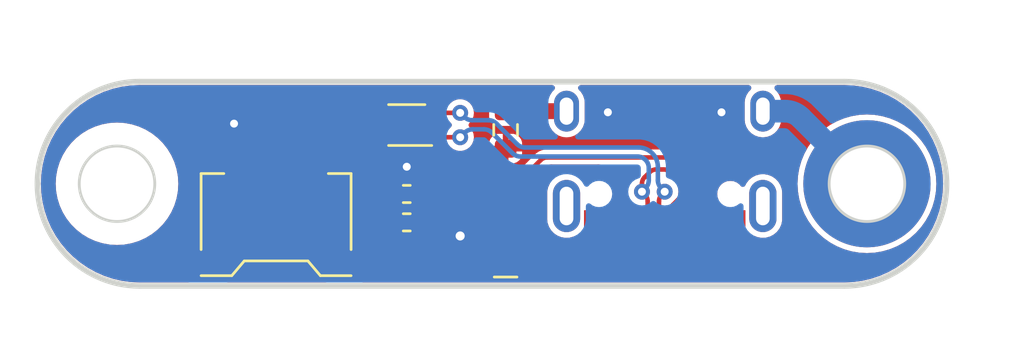
<source format=kicad_pcb>
(kicad_pcb (version 20221018) (generator pcbnew)
  (layers (0 "F.Cu" signal) (31 "B.Cu" signal) (34 "B.Paste" user) (35 "F.Paste" user) (36 "B.SilkS" user "B.Silkscreen") (37 "F.SilkS" user "F.Silkscreen") (38 "B.Mask" user) (39 "F.Mask" user) (44 "Edge.Cuts" user))
  (net 0 "")
  (net 1 "UVCC")
  (net 2 "Earth")
  (net 3 "DP")
  (net 4 "Net-(J1-CC2)")
  (net 6 "DN")
  (net 7 "Net-(J1-CC1)")
  (net 9 "GND")
  (net 10 "D-")
  (net 11 "D+")
  (footprint "BIOI:molex_781710004" (layer "F.Cu") (at 92 90.5)
    (fp_text reference "J2")
    (fp_text value "Conn_01x06_MountingPin")
    (fp_line (start -3.3 -2.45) (end -2.3 -2.45) (stroke (width 0.12)) (layer "F.SilkS"))
    (fp_line (start -3.3 0.9) (end -3.3 -2.45) (stroke (width 0.12)) (layer "F.SilkS"))
    (fp_line (start -3.3 2.05) (end -1.95 2.05) (stroke (width 0.12)) (layer "F.SilkS"))
    (fp_line (start -1.4 1.4) (end -1.95 2.05) (stroke (width 0.12)) (layer "F.SilkS"))
    (fp_line (start -1.4 1.4) (end 1.4 1.4) (stroke (width 0.12)) (layer "F.SilkS"))
    (fp_line (start 1.4 1.4) (end 1.95 2.05) (stroke (width 0.12)) (layer "F.SilkS"))
    (fp_line (start 3.3 -2.45) (end 2.3 -2.45) (stroke (width 0.12)) (layer "F.SilkS"))
    (fp_line (start 3.3 0.9) (end 3.3 -2.45) (stroke (width 0.12)) (layer "F.SilkS"))
    (fp_line (start 3.3 2.05) (end 1.95 2.05) (stroke (width 0.12)) (layer "F.SilkS"))
    (pad "1" smd rect (at -1.8 -2.375) (size 0.8 1) (layers "F.Cu" "F.Paste" "F.Mask") (net 1 "UVCC"))
    (pad "2" smd rect (at -0.6 -2.375) (size 0.8 1) (layers "F.Cu" "F.Paste" "F.Mask") (net 10 "D-"))
    (pad "3" smd rect (at 0.6 -2.375) (size 0.8 1) (layers "F.Cu" "F.Paste" "F.Mask") (net 11 "D+"))
    (pad "4" smd rect (at 1.8 -2.375) (size 0.8 1) (layers "F.Cu" "F.Paste" "F.Mask") (net 9 "GND"))
    (pad "MP" smd rect (at -3 1.475) (size 1.2 1) (layers "F.Cu" "F.Paste" "F.Mask") (net 9 "GND"))
    (pad "MP" smd rect (at 3 1.475) (size 1.1 1) (layers "F.Cu" "F.Paste" "F.Mask") (net 9 "GND"))
  )
  (footprint "Resistor_SMD:R_0402_1005Metric" (layer "F.Cu") (at 97.75 90.2)
    (fp_text reference "R2" hide)
    (fp_text value "5.1kR")
    (fp_line (start -0.153641 -0.38) (end 0.153641 -0.38) (stroke (width 0.12)) (layer "F.SilkS"))
    (fp_line (start -0.153641 0.38) (end 0.153641 0.38) (stroke (width 0.12)) (layer "F.SilkS"))
    (pad "1" smd roundrect (at -0.51 0) (size 0.54 0.64) (layers "F.Cu" "F.Paste" "F.Mask") (net 9 "GND"))
    (pad "2" smd roundrect (at 0.51 0) (size 0.54 0.64) (layers "F.Cu" "F.Paste" "F.Mask") (net 4 "Net-(J1-CC2)"))
  )
  (footprint "MountingHole:MountingHole_3.2mm_M3" (layer "F.Cu") (at 85 88.5)
    (fp_text reference "H1" hide)
    (fp_text value "MountingHole")
    (pad "" np_thru_hole circle (at 0 0) (size 3.2 3.2) (drill 3.2) (layers "F&B.Cu" "*.Mask"))
  )
  (footprint "Resistor_SMD:R_0402_1005Metric" (layer "F.Cu") (at 97.75 88.95 180)
    (fp_text reference "R1" hide)
    (fp_text value "5.1kR")
    (fp_line (start -0.153641 -0.38) (end 0.153641 -0.38) (stroke (width 0.12)) (layer "F.SilkS"))
    (fp_line (start -0.153641 0.38) (end 0.153641 0.38) (stroke (width 0.12)) (layer "F.SilkS"))
    (pad "1" smd roundrect (at -0.51 0 180) (size 0.54 0.64) (layers "F.Cu" "F.Paste" "F.Mask") (net 7 "Net-(J1-CC1)"))
    (pad "2" smd roundrect (at 0.51 0 180) (size 0.54 0.64) (layers "F.Cu" "F.Paste" "F.Mask") (net 9 "GND"))
  )
  (footprint "BIOI:USB_C_Receptacle_HRO_TYPE-C-31-M-12" (layer "F.Cu") (at 109.1 86.35 180)
    (fp_text reference "J1" hide)
    (fp_text value "USB_C_Receptacle_USB2.0")
    (pad "" np_thru_hole circle (at -2.89 -2.6 180) (size 0.65 0.65) (drill 0.65) (layers "*.Cu" "*.Mask"))
    (pad "" np_thru_hole circle (at 2.89 -2.6 180) (size 0.65 0.65) (drill 0.65) (layers "*.Cu" "*.Mask"))
    (pad "A1" smd rect (at -3.25 -4.045 180) (size 0.6 1.45) (layers "F.Cu" "F.Paste" "F.Mask") (net 9 "GND"))
    (pad "A4" smd rect (at -2.45 -4.045 180) (size 0.6 1.45) (layers "F.Cu" "F.Paste" "F.Mask") (net 1 "UVCC"))
    (pad "A5" smd rect (at -1.25 -4.045 180) (size 0.3 1.45) (layers "F.Cu" "F.Paste" "F.Mask") (net 7 "Net-(J1-CC1)"))
    (pad "A6" smd rect (at -0.25 -4.045 180) (size 0.3 1.45) (layers "F.Cu" "F.Paste" "F.Mask") (net 3 "DP"))
    (pad "A7" smd rect (at 0.25 -4.045 180) (size 0.3 1.45) (layers "F.Cu" "F.Paste" "F.Mask") (net 6 "DN"))
    (pad "A8" smd rect (at 1.25 -4.045 180) (size 0.3 1.45) (layers "F.Cu" "F.Paste" "F.Mask"))
    (pad "A9" smd rect (at 2.45 -4.045 180) (size 0.6 1.45) (layers "F.Cu" "F.Paste" "F.Mask") (net 1 "UVCC"))
    (pad "A12" smd rect (at 3.25 -4.045 180) (size 0.6 1.45) (layers "F.Cu" "F.Paste" "F.Mask") (net 9 "GND"))
    (pad "B1" smd rect (at 3.25 -4.045 180) (size 0.6 1.45) (layers "F.Cu" "F.Paste" "F.Mask") (net 9 "GND"))
    (pad "B4" smd rect (at 2.45 -4.045 180) (size 0.6 1.45) (layers "F.Cu" "F.Paste" "F.Mask") (net 1 "UVCC"))
    (pad "B5" smd rect (at 1.75 -4.045 180) (size 0.3 1.45) (layers "F.Cu" "F.Paste" "F.Mask") (net 4 "Net-(J1-CC2)"))
    (pad "B6" smd rect (at 0.75 -4.045 180) (size 0.3 1.45) (layers "F.Cu" "F.Paste" "F.Mask") (net 3 "DP"))
    (pad "B7" smd rect (at -0.75 -4.045 180) (size 0.3 1.45) (layers "F.Cu" "F.Paste" "F.Mask") (net 6 "DN"))
    (pad "B8" smd rect (at -1.75 -4.045 180) (size 0.3 1.45) (layers "F.Cu" "F.Paste" "F.Mask"))
    (pad "B9" smd rect (at -2.45 -4.045 180) (size 0.6 1.45) (layers "F.Cu" "F.Paste" "F.Mask") (net 1 "UVCC"))
    (pad "B12" smd rect (at -3.25 -4.045 180) (size 0.6 1.45) (layers "F.Cu" "F.Paste" "F.Mask") (net 9 "GND"))
    (pad "S1" thru_hole oval (at -4.32 -3.13 180) (size 1.2 2.3) (drill oval 0.6 1.7) (layers "*.Cu" "*.Mask" "F.Paste") (net 2 "Earth"))
    (pad "S1" thru_hole oval (at -4.32 1.05 180) (size 1.1 1.8) (drill oval 0.6 1.2) (layers "*.Cu" "*.Mask" "F.Paste") (net 2 "Earth"))
    (pad "S1" thru_hole oval (at 4.32 -3.13 180) (size 1.2 2.3) (drill oval 0.6 1.7) (layers "*.Cu" "*.Mask" "F.Paste") (net 2 "Earth"))
    (pad "S1" thru_hole oval (at 4.32 1.05 180) (size 1.1 1.8) (drill oval 0.6 1.2) (layers "*.Cu" "*.Mask" "F.Paste") (net 2 "Earth"))
  )
  (footprint "Diode_SMD:D_SOD-323" (layer "F.Cu") (at 102.1 91 90)
    (fp_text reference "D1" hide)
    (fp_text value "SD05T1G-N")
    (fp_line (start -1.61 -0.5) (end -1.61 0.5) (stroke (width 0.12)) (layer "F.SilkS"))
    (pad "1" smd roundrect (at -1.05 0 90) (size 0.6 0.45) (layers "F.Cu" "F.Paste" "F.Mask") (net 1 "UVCC"))
    (pad "2" smd roundrect (at 1.05 0 90) (size 0.6 0.45) (layers "F.Cu" "F.Paste" "F.Mask") (net 9 "GND"))
  )
  (footprint "MountingHole:MountingHole_3.2mm_M3_Pad_TopBottom" (layer "F.Cu") (at 118 88.5)
    (fp_text reference "H2" hide)
    (fp_text value "MountingHole_Pad")
    (pad "1" thru_hole circle (at 0 0) (size 3.6 3.6) (drill 3.2) (layers "*.Cu" "*.Mask") (net 2 "Earth"))
    (pad "1" connect circle (at 0 0) (size 5.6 5.6) (layers "F.Cu" "F.Mask") (net 2 "Earth"))
    (pad "1" connect circle (at 0 0) (size 5.6 5.6) (layers "B.Cu" "B.Mask") (net 2 "Earth"))
  )
  (footprint "Package_TO_SOT_SMD:SOT-666" (layer "F.Cu") (at 97.75 85.9125 180)
    (fp_text reference "U1" hide)
    (fp_text value "USBLC6-2P6")
    (fp_line (start -0.8 0.9) (end 0.8 0.9) (stroke (width 0.12)) (layer "F.SilkS"))
    (fp_line (start 0.8 -0.9) (end -1.1 -0.9) (stroke (width 0.12)) (layer "F.SilkS"))
    (pad "1" smd rect (at -0.85 -0.5375 180) (size 0.5 0.375) (layers "F.Cu" "F.Paste" "F.Mask") (net 3 "DP"))
    (pad "2" smd rect (at -0.925 0 180) (size 0.65 0.3) (layers "F.Cu" "F.Paste" "F.Mask") (net 9 "GND"))
    (pad "3" smd rect (at -0.85 0.5375 180) (size 0.5 0.375) (layers "F.Cu" "F.Paste" "F.Mask") (net 6 "DN"))
    (pad "4" smd rect (at 0.85 0.5375 180) (size 0.5 0.375) (layers "F.Cu" "F.Paste" "F.Mask") (net 10 "D-"))
    (pad "5" smd rect (at 0.925 0 180) (size 0.65 0.3) (layers "F.Cu" "F.Paste" "F.Mask"))
    (pad "6" smd rect (at 0.85 -0.5375 180) (size 0.5 0.375) (layers "F.Cu" "F.Paste" "F.Mask") (net 11 "D+"))
  )
  (footprint "Resistor_SMD:R_0603_1608Metric" (layer "F.Cu") (at 102.1 86.125 90)
    (fp_text reference "R3" hide)
    (fp_text value "0R")
    (fp_line (start -0.237258 -0.5225) (end 0.237258 -0.5225) (stroke (width 0.12)) (layer "F.SilkS"))
    (fp_line (start -0.237258 0.5225) (end 0.237258 0.5225) (stroke (width 0.12)) (layer "F.SilkS"))
    (pad "1" smd roundrect (at -0.825 0 90) (size 0.8 0.95) (layers "F.Cu" "F.Paste" "F.Mask") (net 9 "GND"))
    (pad "2" smd roundrect (at 0.825 0 90) (size 0.8 0.95) (layers "F.Cu" "F.Paste" "F.Mask") (net 2 "Earth"))
  )
  (gr_circle (center 118 88.5) (end 119.6 88.5) (stroke (width 0.25)) (fill none) (layer "Edge.Cuts"))
  (gr_line (start 86 93) (end 117 93) (stroke (width 0.25)) (layer "Edge.Cuts"))
  (gr_arc (start 117 84) (mid 121.500005 88.500001) (end 117 93) (stroke (width 0.25)) (layer "Edge.Cuts"))
  (gr_line (start 117 84) (end 86 84) (stroke (width 0.25)) (layer "Edge.Cuts"))
  (gr_circle (center 85 88.5) (end 86.6 88.5) (stroke (width 0.25)) (fill none) (layer "Edge.Cuts"))
  (gr_arc (start 86 93) (mid 81.500005 88.500001) (end 86 84) (stroke (width 0.25)) (layer "Edge.Cuts"))
  (segment (start 111.55 90.395) (end 111.55 91.342893) (width 0.5) (layer "F.Cu") (net 1))
  (segment (start 110.842893 92.05) (end 106.7 92.05) (width 0.5) (layer "F.Cu") (net 1))
  (segment (start 106.65 90.395) (end 106.65 92) (width 0.5) (layer "F.Cu") (net 1))
  (segment (start 106.7 92.05) (end 97.505999 92.05) (width 0.5) (layer "F.Cu") (net 1))
  (segment (start 95.242893 90.2) (end 91.607107 90.2) (width 0.5) (layer "F.Cu") (net 1))
  (segment (start 111.403553 91.696447) (end 111.196446 91.903554) (width 0.5) (layer "F.Cu") (net 1))
  (segment (start 90.2 88.792893) (end 90.2 88.125) (width 0.5) (layer "F.Cu") (net 1))
  (segment (start 97.152445 91.903553) (end 95.549419 90.300527) (width 0.5) (layer "F.Cu") (net 1))
  (segment (start 106.65 92) (end 106.7 92.05) (width 0.5) (layer "F.Cu") (net 1))
  (segment (start 91.253553 90.053553) (end 90.346446 89.146446) (width 0.5) (layer "F.Cu") (net 1))
  (arc (start 90.346446 89.146446) (mid 90.23806 88.984234) (end 90.2 88.792893) (width 0.5) (layer "F.Cu") (net 1))
  (arc (start 97.505999 92.05) (mid 97.314657 92.01194) (end 97.152445 91.903553) (width 0.5) (layer "F.Cu") (net 1))
  (arc (start 110.842893 92.05) (mid 111.034234 92.01194) (end 111.196446 91.903554) (width 0.5) (layer "F.Cu") (net 1))
  (arc (start 91.607107 90.2) (mid 91.415765 90.16194) (end 91.253553 90.053553) (width 0.5) (layer "F.Cu") (net 1))
  (arc (start 111.403553 91.696447) (mid 111.51194 91.534235) (end 111.55 91.342893) (width 0.5) (layer "F.Cu") (net 1))
  (arc (start 95.549419 90.300527) (mid 95.403614 90.226533) (end 95.242893 90.2) (width 0.5) (layer "F.Cu") (net 1))
  (segment (start 104.78 85.3) (end 102.1 85.3) (width 0.7) (layer "F.Cu") (net 2))
  (segment (start 115.092893 85.592893) (end 118 88.5) (width 1) (layer "B.Cu") (net 2))
  (segment (start 113.42 85.3) (end 114.385786 85.3) (width 1) (layer "B.Cu") (net 2))
  (arc (start 114.385786 85.3) (mid 114.768469 85.37612) (end 115.092893 85.592893) (width 1) (layer "B.Cu") (net 2))
  (segment (start 108.232842 88.982842) (end 108.1 88.85) (width 0.2) (layer "F.Cu") (net 3))
  (segment (start 108.35 90.395) (end 108.35 89.265685) (width 0.2) (layer "F.Cu") (net 3))
  (segment (start 108.217158 88.212842) (end 108.442843 87.987157) (width 0.2) (layer "F.Cu") (net 3))
  (segment (start 108.725685 87.87) (end 109.054315 87.87) (width 0.2) (layer "F.Cu") (net 3))
  (segment (start 98.6 86.45) (end 100.1 86.45) (width 0.2) (layer "F.Cu") (net 3))
  (segment (start 109.337158 87.987158) (end 109.682843 88.332843) (width 0.2) (layer "F.Cu") (net 3))
  (segment (start 109.682842 89.207158) (end 109.467157 89.422843) (width 0.2) (layer "F.Cu") (net 3))
  (segment (start 109.35 89.705685) (end 109.35 90.395) (width 0.2) (layer "F.Cu") (net 3))
  (segment (start 108.1 88.85) (end 108.1 88.495685) (width 0.2) (layer "F.Cu") (net 3))
  (segment (start 109.8 88.615685) (end 109.8 88.924315) (width 0.2) (layer "F.Cu") (net 3))
  (via (at 108.1 88.85) (size 0.7) (drill 0.35) (layers "F.Cu" "B.Cu") (net 3))
  (via (at 100.1 86.45) (size 0.7) (drill 0.35) (layers "F.Cu" "B.Cu") (net 3))
  (arc (start 109.682843 88.332843) (mid 109.769552 88.462612) (end 109.8 88.615685) (width 0.2) (layer "F.Cu") (net 3))
  (arc (start 109.682842 89.207158) (mid 109.769551 89.077389) (end 109.8 88.924315) (width 0.2) (layer "F.Cu") (net 3))
  (arc (start 108.1 88.495685) (mid 108.130448 88.342611) (end 108.217158 88.212842) (width 0.2) (layer "F.Cu") (net 3))
  (arc (start 108.35 89.265685) (mid 108.319552 89.112611) (end 108.232842 88.982842) (width 0.2) (layer "F.Cu") (net 3))
  (arc (start 108.442843 87.987157) (mid 108.572612 87.900448) (end 108.725685 87.87) (width 0.2) (layer "F.Cu") (net 3))
  (arc (start 109.337158 87.987158) (mid 109.207389 87.900449) (end 109.054315 87.87) (width 0.2) (layer "F.Cu") (net 3))
  (arc (start 109.467157 89.422843) (mid 109.380448 89.552612) (end 109.35 89.705685) (width 0.2) (layer "F.Cu") (net 3))
  (segment (start 108.4 88.342893) (end 108.4 87.8) (width 0.2) (layer "B.Cu") (net 3))
  (segment (start 102.403553 87.153553) (end 101.496446 86.246446) (width 0.2) (layer "B.Cu") (net 3))
  (segment (start 108.1 88.85) (end 108.253554 88.696446) (width 0.2) (layer "B.Cu") (net 3))
  (segment (start 107.9 87.3) (end 102.757107 87.3) (width 0.2) (layer "B.Cu") (net 3))
  (segment (start 100.303553 86.246447) (end 100.1 86.45) (width 0.2) (layer "B.Cu") (net 3))
  (segment (start 101.142893 86.1) (end 100.657107 86.1) (width 0.2) (layer "B.Cu") (net 3))
  (arc (start 101.496446 86.246446) (mid 101.334234 86.13806) (end 101.142893 86.1) (width 0.2) (layer "B.Cu") (net 3))
  (arc (start 108.4 87.8) (mid 108.253553 87.446447) (end 107.9 87.3) (width 0.2) (layer "B.Cu") (net 3))
  (arc (start 102.403553 87.153553) (mid 102.565765 87.26194) (end 102.757107 87.3) (width 0.2) (layer "B.Cu") (net 3))
  (arc (start 100.657107 86.1) (mid 100.465765 86.13806) (end 100.303553 86.246447) (width 0.2) (layer "B.Cu") (net 3))
  (arc (start 108.4 88.342893) (mid 108.36194 88.534234) (end 108.253554 88.696446) (width 0.2) (layer "B.Cu") (net 3))
  (segment (start 104.115685 87.75) (end 106.174315 87.75) (width 0.2) (layer "F.Cu") (net 4))
  (segment (start 106.457158 87.867158) (end 107.232843 88.642843) (width 0.2) (layer "F.Cu") (net 4))
  (segment (start 100.567158 89.632842) (end 101.482843 88.717157) (width 0.2) (layer "F.Cu") (net 4))
  (segment (start 101.765685 88.6) (end 102.934315 88.6) (width 0.2) (layer "F.Cu") (net 4))
  (segment (start 98.26 90.2) (end 98.634315 90.2) (width 0.2) (layer "F.Cu") (net 4))
  (segment (start 99.415685 89.75) (end 100.284315 89.75) (width 0.2) (layer "F.Cu") (net 4))
  (segment (start 103.217158 88.482842) (end 103.832843 87.867157) (width 0.2) (layer "F.Cu") (net 4))
  (segment (start 98.917158 90.082842) (end 99.132843 89.867157) (width 0.2) (layer "F.Cu") (net 4))
  (segment (start 107.35 88.925685) (end 107.35 90.395) (width 0.2) (layer "F.Cu") (net 4))
  (arc (start 100.284315 89.75) (mid 100.437389 89.719552) (end 100.567158 89.632842) (width 0.2) (layer "F.Cu") (net 4))
  (arc (start 104.115685 87.75) (mid 103.962612 87.780448) (end 103.832843 87.867157) (width 0.2) (layer "F.Cu") (net 4))
  (arc (start 102.934315 88.6) (mid 103.087389 88.569552) (end 103.217158 88.482842) (width 0.2) (layer "F.Cu") (net 4))
  (arc (start 101.765685 88.6) (mid 101.612612 88.630448) (end 101.482843 88.717157) (width 0.2) (layer "F.Cu") (net 4))
  (arc (start 98.917158 90.082842) (mid 98.787389 90.169551) (end 98.634315 90.2) (width 0.2) (layer "F.Cu") (net 4))
  (arc (start 106.457158 87.867158) (mid 106.327389 87.780449) (end 106.174315 87.75) (width 0.2) (layer "F.Cu") (net 4))
  (arc (start 107.232843 88.642843) (mid 107.319552 88.772612) (end 107.35 88.925685) (width 0.2) (layer "F.Cu") (net 4))
  (arc (start 99.132843 89.867157) (mid 99.262612 89.780448) (end 99.415685 89.75) (width 0.2) (layer "F.Cu") (net 4))
  (segment (start 109.71 91.45) (end 109.85 91.31) (width 0.2) (layer "F.Cu") (net 6))
  (segment (start 109.85 91.31) (end 109.85 90.395) (width 0.2) (layer "F.Cu") (net 6))
  (segment (start 108.85 91.31) (end 108.99 91.45) (width 0.2) (layer "F.Cu") (net 6))
  (segment (start 98.6 85.375) (end 100.1 85.375) (width 0.2) (layer "F.Cu") (net 6))
  (segment (start 108.85 90.395) (end 108.85 89.265685) (width 0.2) (layer "F.Cu") (net 6))
  (segment (start 108.85 90.395) (end 108.85 91.31) (width 0.2) (layer "F.Cu") (net 6))
  (segment (start 108.967158 88.982842) (end 109.1 88.85) (width 0.2) (layer "F.Cu") (net 6))
  (segment (start 108.99 91.45) (end 109.71 91.45) (width 0.2) (layer "F.Cu") (net 6))
  (via (at 100.1 85.375) (size 0.7) (drill 0.35) (layers "F.Cu" "B.Cu") (net 6))
  (via (at 109.1 88.85) (size 0.7) (drill 0.35) (layers "F.Cu" "B.Cu") (net 6))
  (arc (start 108.85 89.265685) (mid 108.880448 89.112611) (end 108.967158 88.982842) (width 0.2) (layer "F.Cu") (net 6))
  (segment (start 100.632107 85.7) (end 101.342893 85.7) (width 0.2) (layer "B.Cu") (net 6))
  (segment (start 101.696447 85.846447) (end 102.603554 86.753554) (width 0.2) (layer "B.Cu") (net 6))
  (segment (start 100.1 85.375) (end 100.278554 85.553554) (width 0.2) (layer "B.Cu") (net 6))
  (segment (start 108.8 87.758664) (end 108.8 88.342893) (width 0.2) (layer "B.Cu") (net 6))
  (segment (start 102.957107 86.9) (end 107.941336 86.9) (width 0.2) (layer "B.Cu") (net 6))
  (segment (start 108.946447 88.696447) (end 109.1 88.85) (width 0.2) (layer "B.Cu") (net 6))
  (arc (start 102.957107 86.9) (mid 102.765766 86.86194) (end 102.603554 86.753554) (width 0.2) (layer "B.Cu") (net 6))
  (arc (start 100.632107 85.7) (mid 100.440766 85.66194) (end 100.278554 85.553554) (width 0.2) (layer "B.Cu") (net 6))
  (arc (start 108.8 88.342893) (mid 108.83806 88.534235) (end 108.946447 88.696447) (width 0.2) (layer "B.Cu") (net 6))
  (arc (start 108.8 87.758664) (mid 108.548503 87.151497) (end 107.941336 86.9) (width 0.2) (layer "B.Cu") (net 6))
  (arc (start 101.342893 85.7) (mid 101.534235 85.73806) (end 101.696447 85.846447) (width 0.2) (layer "B.Cu") (net 6))
  (segment (start 103.925685 87.34) (end 109.344315 87.34) (width 0.2) (layer "F.Cu") (net 7))
  (segment (start 110.35 88.345685) (end 110.35 90.395) (width 0.2) (layer "F.Cu") (net 7))
  (segment (start 101.565685 88.2) (end 102.734315 88.2) (width 0.2) (layer "F.Cu") (net 7))
  (segment (start 98.26 88.95) (end 98.634315 88.95) (width 0.2) (layer "F.Cu") (net 7))
  (segment (start 99.365685 89.35) (end 100.084315 89.35) (width 0.2) (layer "F.Cu") (net 7))
  (segment (start 98.917158 89.067158) (end 99.082843 89.232843) (width 0.2) (layer "F.Cu") (net 7))
  (segment (start 103.017158 88.082842) (end 103.642843 87.457157) (width 0.2) (layer "F.Cu") (net 7))
  (segment (start 100.367158 89.232842) (end 101.282843 88.317157) (width 0.2) (layer "F.Cu") (net 7))
  (segment (start 109.627158 87.457158) (end 110.232843 88.062843) (width 0.2) (layer "F.Cu") (net 7))
  (arc (start 100.367158 89.232842) (mid 100.237389 89.319551) (end 100.084315 89.35) (width 0.2) (layer "F.Cu") (net 7))
  (arc (start 109.627158 87.457158) (mid 109.497389 87.370449) (end 109.344315 87.34) (width 0.2) (layer "F.Cu") (net 7))
  (arc (start 99.082843 89.232843) (mid 99.212612 89.319552) (end 99.365685 89.35) (width 0.2) (layer "F.Cu") (net 7))
  (arc (start 101.282843 88.317157) (mid 101.412612 88.230448) (end 101.565685 88.2) (width 0.2) (layer "F.Cu") (net 7))
  (arc (start 103.925685 87.34) (mid 103.772612 87.370448) (end 103.642843 87.457157) (width 0.2) (layer "F.Cu") (net 7))
  (arc (start 98.917158 89.067158) (mid 98.787389 88.980449) (end 98.634315 88.95) (width 0.2) (layer "F.Cu") (net 7))
  (arc (start 102.734315 88.2) (mid 102.887389 88.169552) (end 103.017158 88.082842) (width 0.2) (layer "F.Cu") (net 7))
  (arc (start 110.232843 88.062843) (mid 110.319552 88.192612) (end 110.35 88.345685) (width 0.2) (layer "F.Cu") (net 7))
  (segment (start 105.85 91.35) (end 105.8 91.4) (width 0.4) (layer "F.Cu") (net 9))
  (segment (start 105.8 91.4) (end 104.9 91.4) (width 0.4) (layer "F.Cu") (net 9))
  (segment (start 98.675 85.9125) (end 97.7875 85.9125) (width 0.25) (layer "F.Cu") (net 9))
  (segment (start 105.85 90.395) (end 105.85 91.35) (width 0.4) (layer "F.Cu") (net 9))
  (segment (start 112.35 90.395) (end 112.35 91.6) (width 0.4) (layer "F.Cu") (net 9))
  (segment (start 112.35 91.6) (end 112.5 91.75) (width 0.4) (layer "F.Cu") (net 9))
  (via (at 90.15 85.85) (size 0.7) (drill 0.35) (layers "F.Cu" "B.Cu") (net 9))
  (via (at 100.1 90.8) (size 0.8) (drill 0.4) (layers "F.Cu" "B.Cu") (net 9))
  (via (at 97.75 87.75) (size 0.7) (drill 0.35) (layers "F.Cu" "B.Cu") (net 9))
  (via (at 106.6 85.35) (size 0.7) (drill 0.35) (layers "F.Cu" "B.Cu") (net 9))
  (via (at 111.6 85.35) (size 0.7) (drill 0.35) (layers "F.Cu" "B.Cu") (net 9))
  (segment (start 91.725 86.996815) (end 91.725 86.590685) (width 0.25) (layer "F.Cu") (net 10))
  (segment (start 91.517158 87.370342) (end 91.607843 87.279657) (width 0.25) (layer "F.Cu") (net 10))
  (segment (start 96.303185 85.375) (end 96.9 85.375) (width 0.25) (layer "F.Cu") (net 10))
  (segment (start 92.690685 85.625) (end 95.721815 85.625) (width 0.25) (layer "F.Cu") (net 10))
  (segment (start 91.4 88.125) (end 91.4 87.653185) (width 0.25) (layer "F.Cu") (net 10))
  (segment (start 91.842158 86.307842) (end 92.407843 85.742157) (width 0.25) (layer "F.Cu") (net 10))
  (segment (start 96.004658 85.507842) (end 96.020343 85.492157) (width 0.25) (layer "F.Cu") (net 10))
  (arc (start 91.607843 87.279657) (mid 91.694552 87.149888) (end 91.725 86.996815) (width 0.25) (layer "F.Cu") (net 10))
  (arc (start 91.517158 87.370342) (mid 91.430449 87.500111) (end 91.4 87.653185) (width 0.25) (layer "F.Cu") (net 10))
  (arc (start 92.690685 85.625) (mid 92.537612 85.655448) (end 92.407843 85.742157) (width 0.25) (layer "F.Cu") (net 10))
  (arc (start 91.842158 86.307842) (mid 91.755449 86.437611) (end 91.725 86.590685) (width 0.25) (layer "F.Cu") (net 10))
  (arc (start 96.004658 85.507842) (mid 95.874889 85.594551) (end 95.721815 85.625) (width 0.25) (layer "F.Cu") (net 10))
  (arc (start 96.303185 85.375) (mid 96.150112 85.405448) (end 96.020343 85.492157) (width 0.25) (layer "F.Cu") (net 10))
  (segment (start 96.082842 86.332842) (end 96.017157 86.267157) (width 0.25) (layer "F.Cu") (net 11))
  (segment (start 92.25 86.840685) (end 92.25 86.959315) (width 0.25) (layer "F.Cu") (net 11))
  (segment (start 96.9 86.45) (end 96.365685 86.45) (width 0.25) (layer "F.Cu") (net 11))
  (segment (start 92.6 87.640685) (end 92.6 88.125) (width 0.25) (layer "F.Cu") (net 11))
  (segment (start 92.367158 87.242158) (end 92.482843 87.357843) (width 0.25) (layer "F.Cu") (net 11))
  (segment (start 92.657842 86.267158) (end 92.367157 86.557843) (width 0.25) (layer "F.Cu") (net 11))
  (segment (start 95.734315 86.15) (end 92.940685 86.15) (width 0.25) (layer "F.Cu") (net 11))
  (arc (start 92.657842 86.267158) (mid 92.787611 86.180449) (end 92.940685 86.15) (width 0.25) (layer "F.Cu") (net 11))
  (arc (start 92.25 86.840685) (mid 92.280448 86.687612) (end 92.367157 86.557843) (width 0.25) (layer "F.Cu") (net 11))
  (arc (start 92.25 86.959315) (mid 92.280448 87.112389) (end 92.367158 87.242158) (width 0.25) (layer "F.Cu") (net 11))
  (arc (start 92.482843 87.357843) (mid 92.569552 87.487612) (end 92.6 87.640685) (width 0.25) (layer "F.Cu") (net 11))
  (arc (start 96.017157 86.267157) (mid 95.887388 86.180448) (end 95.734315 86.15) (width 0.25) (layer "F.Cu") (net 11))
  (arc (start 96.082842 86.332842) (mid 96.212611 86.419551) (end 96.365685 86.45) (width 0.25) (layer "F.Cu") (net 11))
  (zone (net 0) (net_name "") (layer "F.Cu") (connect_pads (clearance 0)) (min_thickness 0.25)
    (keepout (tracks allowed) (vias allowed) (pads allowed) (copperpour not_allowed) (footprints allowed))
    (fill (thermal_gap 0.5) (thermal_bridge_width 0.5))
    (polygon (pts (xy 105.3 89.35) (xy 105.3 91.35) (xy 112.8 91.35) (xy 112.8 89.35)))
  )
  (zone (net 0) (net_name "") (layer "F.Cu") (connect_pads (clearance 0)) (min_thickness 0.25)
    (keepout (tracks allowed) (vias allowed) (pads allowed) (copperpour not_allowed) (footprints allowed))
    (fill (thermal_gap 0.5) (thermal_bridge_width 0.5))
    (polygon (pts (xy 105.3 90.85) (xy 105.3 91.75) (xy 106.2 91.75) (xy 106.2 90.85)))
  )
  (zone (net 9) (net_name "GND") (layers "F&B.Cu") (connect_pads (clearance 0.25)) (min_thickness 0.25) (fill yes (thermal_gap 0.25) (thermal_bridge_width 0.25))
    (polygon (pts (xy 81.5 84) (xy 81.5 93) (xy 121.5 93) (xy 121.5 84)))
  )
  (zone (net 0) (net_name "") (layers "F&B.Cu" "Cmts.User") (connect_pads (clearance 0)) (min_thickness 0.25)
    (keepout (tracks allowed) (vias allowed) (pads allowed) (copperpour not_allowed) (footprints allowed))
    (fill (thermal_gap 0.5) (thermal_bridge_width 0.5))
    (polygon (pts (xy 87.7 88.5) (xy 87.680314 88.174551) (xy 87.621543 87.853848) (xy 87.524544 87.542567) (xy 87.390731 87.245247) (xy 87.222056 86.966225) (xy 87.020979 86.709569) (xy 86.790431 86.479021) (xy 86.533775 86.277944) (xy 86.254753 86.109269) (xy 85.957433 85.975456) (xy 85.646152 85.878457) (xy 85.325449 85.819686) (xy 85 85.8) (xy 84.674551 85.819686) (xy 84.353848 85.878457) (xy 84.042567 85.975456) (xy 83.745247 86.109269) (xy 83.466225 86.277944) (xy 83.209569 86.479021) (xy 82.979021 86.709569) (xy 82.777944 86.966225) (xy 82.609269 87.245247) (xy 82.475456 87.542567) (xy 82.378457 87.853848) (xy 82.319686 88.174551) (xy 82.3 88.5) (xy 82.319686 88.825449) (xy 82.378457 89.146152) (xy 82.475456 89.457433) (xy 82.609269 89.754753) (xy 82.777944 90.033775) (xy 82.979021 90.290431) (xy 83.209569 90.520979) (xy 83.466225 90.722056) (xy 83.745247 90.890731) (xy 84.042567 91.024544) (xy 84.353848 91.121543) (xy 84.674551 91.180314) (xy 85 91.2) (xy 85.325449 91.180314) (xy 85.646152 91.121543) (xy 85.957433 91.024544) (xy 86.254753 90.890731) (xy 86.533775 90.722056) (xy 86.790431 90.520979) (xy 87.020979 90.290431) (xy 87.222056 90.033775) (xy 87.390731 89.754753) (xy 87.524544 89.457433) (xy 87.621543 89.146152) (xy 87.680314 88.825449) (xy 87.7 88.5)))
  )
)
</source>
